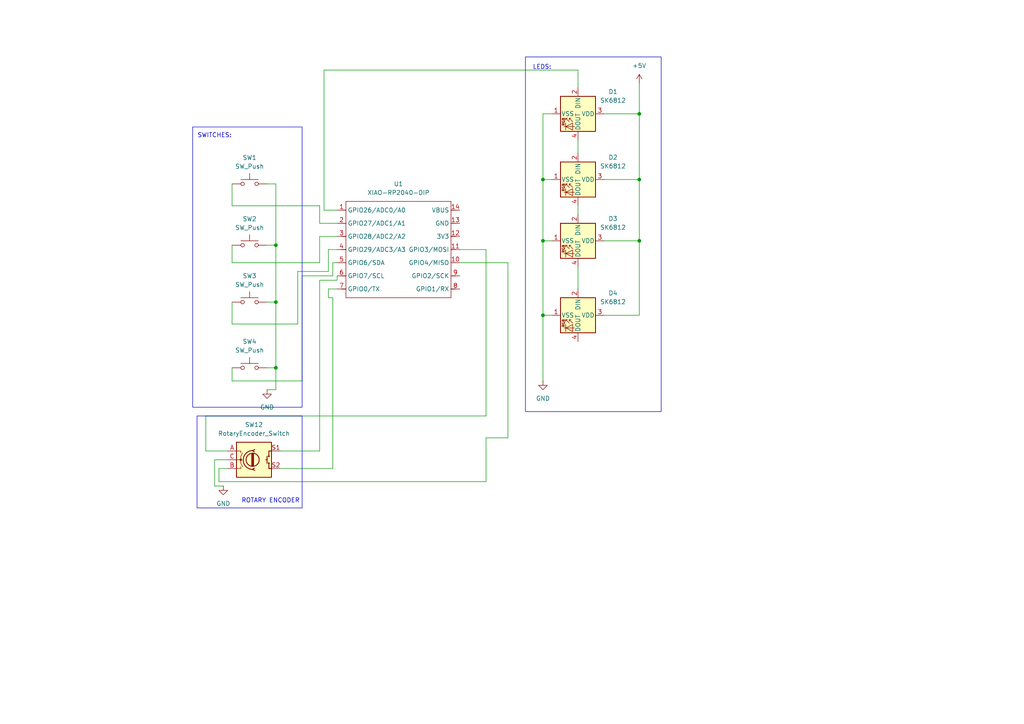
<source format=kicad_sch>
(kicad_sch (version 20250114) (generator "eeschema") (generator_version "9.0")
  (paper "A4")
  (lib_symbols
    (symbol "Device:RotaryEncoder_Switch" (pin_names (offset 0.254) (hide yes))
      (property "Reference" "SW" (at 0 6.604 0))
      (property "Value" "RotaryEncoder_Switch" (at 0 -6.604 0))
      (symbol "RotaryEncoder_Switch_0_1"
        (rectangle (start -5.08 5.08) (end 5.08 -5.08) (stroke (width 0.254)) (fill (type background)))
        (polyline (pts (xy -5.08 2.54) (xy -3.81 2.54) (xy -3.81 2.032)))
        (polyline (pts (xy -5.08 0) (xy -3.81 0) (xy -3.81 -1.016) (xy -3.302 -2.032)))
        (polyline (pts (xy -5.08 -2.54) (xy -3.81 -2.54) (xy -3.81 -2.032)))
        (polyline (pts (xy -4.318 0) (xy -3.81 0) (xy -3.81 1.016) (xy -3.302 2.032)))
        (circle (center -3.81 0) (radius 0.254) (fill (type outline)))
        (polyline (pts (xy -0.635 -1.778) (xy -0.635 1.778)) (stroke (width 0.254)))
        (circle (center -0.381 0) (radius 1.905) (stroke (width 0.254)))
        (polyline (pts (xy -0.381 -1.778) (xy -0.381 1.778)) (stroke (width 0.254)))
        (arc (start -0.381 -2.794) (mid -3.0988 -0.0635) (end -0.381 2.667) (stroke (width 0.254)))
        (polyline (pts (xy -0.127 1.778) (xy -0.127 -1.778)) (stroke (width 0.254)))
        (polyline (pts (xy 0.254 2.921) (xy -0.508 2.667) (xy 0.127 2.286)) (stroke (width 0.254)))
        (polyline (pts (xy 0.254 -3.048) (xy -0.508 -2.794) (xy 0.127 -2.413)) (stroke (width 0.254)))
        (polyline (pts (xy 3.81 1.016) (xy 3.81 -1.016)) (stroke (width 0.254)))
        (polyline (pts (xy 3.81 0) (xy 3.429 0)) (stroke (width 0.254)))
        (circle (center 4.318 1.016) (radius 0.127) (stroke (width 0.254)))
        (circle (center 4.318 -1.016) (radius 0.127) (stroke (width 0.254)))
        (polyline (pts (xy 5.08 2.54) (xy 4.318 2.54) (xy 4.318 1.016)) (stroke (width 0.254)))
        (polyline (pts (xy 5.08 -2.54) (xy 4.318 -2.54) (xy 4.318 -1.016)) (stroke (width 0.254)))
      )
      (symbol "RotaryEncoder_Switch_1_1"
        (pin passive line (at -7.62 2.54 0) (length 2.54) (name "A") (number "A"))
        (pin passive line (at -7.62 0 0) (length 2.54) (name "C") (number "C"))
        (pin passive line (at -7.62 -2.54 0) (length 2.54) (name "B") (number "B"))
        (pin passive line (at 7.62 2.54 180) (length 2.54) (name "S1") (number "S1"))
        (pin passive line (at 7.62 -2.54 180) (length 2.54) (name "S2") (number "S2"))
      )
    )
    (symbol "LED:SK6812" (pin_names (offset 0.254))
      (property "Reference" "D" (at 5.08 5.715 0))
      (property "Value" "SK6812" (at 1.27 -5.715 0))
      (symbol "SK6812_0_0"
        (text "RGB" (at 2.286 -4.191 0) (effects (font (size 0.762 0.762))))
      )
      (symbol "SK6812_0_1"
        (polyline (pts (xy 1.27 -2.54) (xy 1.778 -2.54)))
        (polyline (pts (xy 1.27 -3.556) (xy 1.778 -3.556)))
        (polyline (pts (xy 2.286 -1.524) (xy 1.27 -2.54) (xy 1.27 -2.032)))
        (polyline (pts (xy 2.286 -2.54) (xy 1.27 -3.556) (xy 1.27 -3.048)))
        (polyline (pts (xy 3.683 -1.016) (xy 3.683 -3.556) (xy 3.683 -4.064)))
        (polyline (pts (xy 4.699 -1.524) (xy 2.667 -1.524) (xy 3.683 -3.556) (xy 4.699 -1.524)))
        (polyline (pts (xy 4.699 -3.556) (xy 2.667 -3.556)))
        (rectangle (start 5.08 5.08) (end -5.08 -5.08) (stroke (width 0.254)) (fill (type background)))
      )
      (symbol "SK6812_1_1"
        (pin input line (at -7.62 0 0) (length 2.54) (name "DIN") (number "2"))
        (pin power_in line (at 0 7.62 270) (length 2.54) (name "VDD") (number "3"))
        (pin power_in line (at 0 -7.62 90) (length 2.54) (name "VSS") (number "1"))
        (pin output line (at 7.62 0 180) (length 2.54) (name "DOUT") (number "4"))
      )
    )
    (symbol "OPL LIB:XIAO-RP2040-DIP"
      (property "Reference" "U" (at 0 0 0))
      (property "Value" "XIAO-RP2040-DIP" (at 5.334 -1.778 0))
      (symbol "XIAO-RP2040-DIP_1_0"
        (polyline (pts (xy -1.27 -2.54) (xy 29.21 -2.54)) (stroke (width 0.1524)))
        (polyline (pts (xy -1.27 -5.08) (xy -2.54 -5.08)) (stroke (width 0.1524)))
        (polyline (pts (xy -1.27 -5.08) (xy -1.27 -2.54)) (stroke (width 0.1524)))
        (polyline (pts (xy -1.27 -8.89) (xy -2.54 -8.89)) (stroke (width 0.1524)))
        (polyline (pts (xy -1.27 -8.89) (xy -1.27 -5.08)) (stroke (width 0.1524)))
        (polyline (pts (xy -1.27 -12.7) (xy -2.54 -12.7)) (stroke (width 0.1524)))
        (polyline (pts (xy -1.27 -12.7) (xy -1.27 -8.89)) (stroke (width 0.1524)))
        (polyline (pts (xy -1.27 -16.51) (xy -2.54 -16.51)) (stroke (width 0.1524)))
        (polyline (pts (xy -1.27 -16.51) (xy -1.27 -12.7)) (stroke (width 0.1524)))
        (polyline (pts (xy -1.27 -20.32) (xy -2.54 -20.32)) (stroke (width 0.1524)))
        (polyline (pts (xy -1.27 -24.13) (xy -2.54 -24.13)) (stroke (width 0.1524)))
        (polyline (pts (xy -1.27 -27.94) (xy -2.54 -27.94)) (stroke (width 0.1524)))
        (polyline (pts (xy -1.27 -30.48) (xy -1.27 -16.51)) (stroke (width 0.1524)))
        (polyline (pts (xy 29.21 -2.54) (xy 29.21 -5.08)) (stroke (width 0.1524)))
        (polyline (pts (xy 29.21 -5.08) (xy 29.21 -8.89)) (stroke (width 0.1524)))
        (polyline (pts (xy 29.21 -8.89) (xy 29.21 -12.7)) (stroke (width 0.1524)))
        (polyline (pts (xy 29.21 -12.7) (xy 29.21 -30.48)) (stroke (width 0.1524)))
        (polyline (pts (xy 29.21 -30.48) (xy -1.27 -30.48)) (stroke (width 0.1524)))
        (polyline (pts (xy 30.48 -5.08) (xy 29.21 -5.08)) (stroke (width 0.1524)))
        (polyline (pts (xy 30.48 -8.89) (xy 29.21 -8.89)) (stroke (width 0.1524)))
        (polyline (pts (xy 30.48 -12.7) (xy 29.21 -12.7)) (stroke (width 0.1524)))
        (polyline (pts (xy 30.48 -16.51) (xy 29.21 -16.51)) (stroke (width 0.1524)))
        (polyline (pts (xy 30.48 -20.32) (xy 29.21 -20.32)) (stroke (width 0.1524)))
        (polyline (pts (xy 30.48 -24.13) (xy 29.21 -24.13)) (stroke (width 0.1524)))
        (polyline (pts (xy 30.48 -27.94) (xy 29.21 -27.94)) (stroke (width 0.1524)))
        (pin passive line (at -3.81 -5.08 0) (length 2.54) (name "GPIO26/ADC0/A0") (number "1"))
        (pin passive line (at -3.81 -8.89 0) (length 2.54) (name "GPIO27/ADC1/A1") (number "2"))
        (pin passive line (at -3.81 -12.7 0) (length 2.54) (name "GPIO28/ADC2/A2") (number "3"))
        (pin passive line (at -3.81 -16.51 0) (length 2.54) (name "GPIO29/ADC3/A3") (number "4"))
        (pin passive line (at -3.81 -20.32 0) (length 2.54) (name "GPIO6/SDA") (number "5"))
        (pin passive line (at -3.81 -24.13 0) (length 2.54) (name "GPIO7/SCL") (number "6"))
        (pin passive line (at -3.81 -27.94 0) (length 2.54) (name "GPIO0/TX") (number "7"))
        (pin passive line (at 31.75 -5.08 180) (length 2.54) (name "VBUS") (number "14"))
        (pin passive line (at 31.75 -8.89 180) (length 2.54) (name "GND") (number "13"))
        (pin passive line (at 31.75 -12.7 180) (length 2.54) (name "3V3") (number "12"))
        (pin passive line (at 31.75 -16.51 180) (length 2.54) (name "GPIO3/MOSI") (number "11"))
        (pin passive line (at 31.75 -20.32 180) (length 2.54) (name "GPIO4/MISO") (number "10"))
        (pin passive line (at 31.75 -24.13 180) (length 2.54) (name "GPIO2/SCK") (number "9"))
        (pin passive line (at 31.75 -27.94 180) (length 2.54) (name "GPIO1/RX") (number "8"))
      )
    )
    (symbol "Switch:SW_Push" (pin_numbers (hide yes)) (pin_names (offset 1.016) (hide yes))
      (property "Reference" "SW" (at 1.27 2.54 0))
      (property "Value" "SW_Push" (at 0 -1.524 0))
      (symbol "SW_Push_0_1"
        (circle (center -2.032 0) (radius 0.508))
        (polyline (pts (xy 0 1.27) (xy 0 3.048)))
        (circle (center 2.032 0) (radius 0.508))
        (polyline (pts (xy 2.54 1.27) (xy -2.54 1.27)))
        (pin passive line (at -5.08 0 0) (length 2.54) (name "1") (number "1"))
        (pin passive line (at 5.08 0 180) (length 2.54) (name "2") (number "2"))
      )
    )
    (symbol "power:+5V" (power) (pin_numbers (hide yes)) (pin_names (offset 0) (hide yes))
      (property "Value" "+5V" (at 0 3.556 0))
      (symbol "+5V_0_1"
        (polyline (pts (xy -0.762 1.27) (xy 0 2.54)))
        (polyline (pts (xy 0 2.54) (xy 0.762 1.27)))
        (polyline (pts (xy 0 0) (xy 0 2.54)))
      )
      (symbol "+5V_1_1"
        (pin power_in line (at 0 0 90) (length 0) (name "~") (number "1"))
      )
    )
    (symbol "power:GND" (power) (pin_numbers (hide yes)) (pin_names (offset 0) (hide yes))
      (property "Value" "GND" (at 0 -3.81 0))
      (symbol "GND_0_1"
        (polyline (pts (xy 0 0) (xy 0 -1.27) (xy 1.27 -1.27) (xy 0 -2.54) (xy -1.27 -1.27) (xy 0 -1.27)))
      )
      (symbol "GND_1_1"
        (pin power_in line (at 0 0 270) (length 0) (name "~") (number "1"))
      )
    )
  )
  (rectangle (start 152.4 16.51) (end 191.77 119.38))
  (rectangle (start 57.15 120.65) (end 87.63 147.32))
  (rectangle (start 55.88 36.83) (end 87.63 118.11))
  (text "SWITCHES:" (at 62.23 39.37 0) (effects (font (size 1.27 1.27))))
  (text "LEDS:" (at 157.226 19.558 0) (effects (font (size 1.27 1.27))))
  (text "ROTARY ENCODER" (at 78.486 145.288 0) (effects (font (size 1.27 1.27))))
  (junction (at 80.01 106.68))
  (junction (at 157.48 91.44))
  (junction (at 185.42 69.85))
  (junction (at 185.42 33.02))
  (junction (at 157.48 69.85))
  (junction (at 80.01 71.12))
  (junction (at 185.42 52.07))
  (junction (at 80.01 87.63))
  (junction (at 157.48 52.07))
  (wire (pts (xy 96.52 86.36) (xy 95.25 86.36)))
  (wire (pts (xy 96.52 80.01) (xy 96.52 76.2)))
  (wire (pts (xy 80.01 87.63) (xy 80.01 106.68)))
  (wire (pts (xy 140.97 139.7) (xy 140.97 127)))
  (wire (pts (xy 95.25 78.74) (xy 95.25 72.39)))
  (wire (pts (xy 160.02 33.02) (xy 157.48 33.02)))
  (wire (pts (xy 157.48 33.02) (xy 157.48 52.07)))
  (wire (pts (xy 63.5 139.7) (xy 140.97 139.7)))
  (wire (pts (xy 175.26 33.02) (xy 185.42 33.02)))
  (wire (pts (xy 97.79 80.01) (xy 97.79 81.28)))
  (wire (pts (xy 157.48 69.85) (xy 157.48 91.44)))
  (wire (pts (xy 96.52 135.89) (xy 96.52 86.36)))
  (wire (pts (xy 62.23 133.35) (xy 62.23 140.97)))
  (wire (pts (xy 67.31 71.12) (xy 67.31 76.2)))
  (wire (pts (xy 59.69 130.81) (xy 59.69 120.65)))
  (wire (pts (xy 81.28 130.81) (xy 92.71 130.81)))
  (wire (pts (xy 157.48 69.85) (xy 160.02 69.85)))
  (wire (pts (xy 93.98 60.96) (xy 97.79 60.96)))
  (wire (pts (xy 77.47 87.63) (xy 80.01 87.63)))
  (wire (pts (xy 87.63 80.01) (xy 96.52 80.01)))
  (wire (pts (xy 86.36 93.98) (xy 86.36 78.74)))
  (wire (pts (xy 140.97 120.65) (xy 140.97 72.39)))
  (wire (pts (xy 185.42 52.07) (xy 185.42 69.85)))
  (wire (pts (xy 175.26 69.85) (xy 185.42 69.85)))
  (wire (pts (xy 175.26 52.07) (xy 185.42 52.07)))
  (wire (pts (xy 87.63 110.49) (xy 87.63 80.01)))
  (wire (pts (xy 167.64 40.64) (xy 167.64 44.45)))
  (wire (pts (xy 185.42 33.02) (xy 185.42 52.07)))
  (wire (pts (xy 92.71 81.28) (xy 97.79 81.28)))
  (wire (pts (xy 95.25 83.82) (xy 97.79 83.82)))
  (wire (pts (xy 81.28 135.89) (xy 96.52 135.89)))
  (wire (pts (xy 157.48 52.07) (xy 160.02 52.07)))
  (wire (pts (xy 77.47 106.68) (xy 80.01 106.68)))
  (wire (pts (xy 80.01 106.68) (xy 80.01 113.03)))
  (wire (pts (xy 66.04 130.81) (xy 59.69 130.81)))
  (wire (pts (xy 67.31 87.63) (xy 67.31 93.98)))
  (wire (pts (xy 185.42 91.44) (xy 175.26 91.44)))
  (wire (pts (xy 67.31 110.49) (xy 87.63 110.49)))
  (wire (pts (xy 96.52 76.2) (xy 97.79 76.2)))
  (wire (pts (xy 92.71 130.81) (xy 92.71 81.28)))
  (wire (pts (xy 86.36 78.74) (xy 95.25 78.74)))
  (wire (pts (xy 92.71 64.77) (xy 97.79 64.77)))
  (wire (pts (xy 92.71 59.69) (xy 92.71 64.77)))
  (wire (pts (xy 157.48 52.07) (xy 157.48 69.85)))
  (wire (pts (xy 80.01 113.03) (xy 77.47 113.03)))
  (wire (pts (xy 67.31 53.34) (xy 67.31 59.69)))
  (wire (pts (xy 147.32 76.2) (xy 133.35 76.2)))
  (wire (pts (xy 140.97 127) (xy 147.32 127)))
  (wire (pts (xy 160.02 91.44) (xy 157.48 91.44)))
  (wire (pts (xy 80.01 53.34) (xy 80.01 71.12)))
  (wire (pts (xy 167.64 59.69) (xy 167.64 62.23)))
  (wire (pts (xy 167.64 25.4) (xy 167.64 20.32)))
  (wire (pts (xy 157.48 91.44) (xy 157.48 110.49)))
  (wire (pts (xy 95.25 72.39) (xy 97.79 72.39)))
  (wire (pts (xy 63.5 135.89) (xy 63.5 139.7)))
  (wire (pts (xy 66.04 135.89) (xy 63.5 135.89)))
  (wire (pts (xy 67.31 93.98) (xy 86.36 93.98)))
  (wire (pts (xy 62.23 140.97) (xy 64.77 140.97)))
  (wire (pts (xy 77.47 71.12) (xy 80.01 71.12)))
  (wire (pts (xy 67.31 106.68) (xy 67.31 110.49)))
  (wire (pts (xy 140.97 72.39) (xy 133.35 72.39)))
  (wire (pts (xy 92.71 76.2) (xy 92.71 68.58)))
  (wire (pts (xy 66.04 133.35) (xy 62.23 133.35)))
  (wire (pts (xy 77.47 53.34) (xy 80.01 53.34)))
  (wire (pts (xy 92.71 68.58) (xy 97.79 68.58)))
  (wire (pts (xy 67.31 76.2) (xy 92.71 76.2)))
  (wire (pts (xy 167.64 77.47) (xy 167.64 83.82)))
  (wire (pts (xy 93.98 20.32) (xy 93.98 60.96)))
  (wire (pts (xy 80.01 71.12) (xy 80.01 87.63)))
  (wire (pts (xy 147.32 127) (xy 147.32 76.2)))
  (wire (pts (xy 93.98 20.32) (xy 167.64 20.32)))
  (wire (pts (xy 95.25 86.36) (xy 95.25 83.82)))
  (wire (pts (xy 185.42 24.13) (xy 185.42 33.02)))
  (wire (pts (xy 67.31 59.69) (xy 92.71 59.69)))
  (wire (pts (xy 59.69 120.65) (xy 140.97 120.65)))
  (wire (pts (xy 185.42 69.85) (xy 185.42 91.44)))
  (symbol (lib_id "Device:RotaryEncoder_Switch") (at 73.66 133.35 0) (unit 1)
    (property "Reference" "SW12" (at 73.66 123.19 0))
    (property "Value" "RotaryEncoder_Switch" (at 73.66 125.73 0))
    (property "Footprint" "Rotary_Encoder:RotaryEncoder_Alps_EC11E-Switch_Vertical_H20mm" (effects (hide yes)))
    (property "Description" "Rotary encoder, dual channel, incremental quadrate outputs, with switch" (effects (hide yes)))
  )
  (symbol (lib_id "Switch:SW_Push") (at 72.39 106.68 0) (unit 1)
    (property "Reference" "SW4" (at 72.39 99.06 0))
    (property "Value" "SW_Push" (at 72.39 101.6 0))
    (property "Footprint" "Button_Switch_Keyboard:SW_Cherry_MX_1.00u_PCB" (effects (hide yes)))
    (property "Description" "Push button switch, generic, two pins" (effects (hide yes)))
  )
  (symbol (lib_id "Switch:SW_Push") (at 72.39 53.34 0) (unit 1)
    (property "Reference" "SW1" (at 72.39 45.72 0))
    (property "Value" "SW_Push" (at 72.39 48.26 0))
    (property "Footprint" "Button_Switch_Keyboard:SW_Cherry_MX_1.00u_PCB" (effects (hide yes)))
    (property "Description" "Push button switch, generic, two pins" (effects (hide yes)))
  )
  (symbol (lib_id "power:GND") (at 77.47 113.03 0) (unit 1)
    (property "Reference" "#PWR01" (effects (hide yes)))
    (property "Value" "GND" (at 77.47 118.11 0))
    (property "Description" "Power symbol creates a global label with name \"GND\" , ground" (effects (hide yes)))
  )
  (symbol (lib_id "LED:SK6812") (at 167.64 33.02 270) (unit 1)
    (property "Reference" "D1" (at 177.8 26.5998 90))
    (property "Value" "SK6812" (at 177.8 29.1398 90))
    (property "Footprint" "LED_SMD:LED_SK6812MINI_PLCC4_3.5x3.5mm_P1.75mm" (effects (hide yes)))
    (property "Datasheet" "https://cdn-shop.adafruit.com/product-files/1138/SK6812+LED+datasheet+.pdf" (effects (hide yes)))
    (property "Description" "RGB LED with integrated controller" (effects (hide yes)))
  )
  (symbol (lib_id "power:+5V") (at 185.42 24.13 0) (unit 1)
    (property "Reference" "#PWR03" (effects (hide yes)))
    (property "Value" "+5V" (at 185.42 19.05 0))
    (property "Description" "Power symbol creates a global label with name \"+5V\"" (effects (hide yes)))
  )
  (symbol (lib_id "OPL LIB:XIAO-RP2040-DIP") (at 101.6 55.88 0) (unit 1)
    (property "Reference" "U1" (at 115.57 53.34 0))
    (property "Value" "XIAO-RP2040-DIP" (at 115.57 55.88 0))
    (property "Footprint" "OPL LIB:XIAO-RP2040-DIP" (effects (hide yes)))
  )
  (symbol (lib_id "power:GND") (at 157.48 110.49 0) (unit 1)
    (property "Reference" "#PWR02" (effects (hide yes)))
    (property "Value" "GND" (at 157.48 115.57 0))
    (property "Description" "Power symbol creates a global label with name \"GND\" , ground" (effects (hide yes)))
  )
  (symbol (lib_id "power:GND") (at 64.77 140.97 0) (unit 1)
    (property "Reference" "#PWR04" (effects (hide yes)))
    (property "Value" "GND" (at 64.77 146.05 0))
    (property "Description" "Power symbol creates a global label with name \"GND\" , ground" (effects (hide yes)))
  )
  (symbol (lib_id "LED:SK6812") (at 167.64 91.44 270) (unit 1)
    (property "Reference" "D4" (at 177.8 85.0198 90))
    (property "Value" "SK6812" (at 177.8 87.5598 90))
    (property "Footprint" "LED_SMD:LED_SK6812MINI_PLCC4_3.5x3.5mm_P1.75mm" (effects (hide yes)))
    (property "Datasheet" "https://cdn-shop.adafruit.com/product-files/1138/SK6812+LED+datasheet+.pdf" (effects (hide yes)))
    (property "Description" "RGB LED with integrated controller" (effects (hide yes)))
  )
  (symbol (lib_id "Switch:SW_Push") (at 72.39 71.12 0) (unit 1)
    (property "Reference" "SW2" (at 72.39 63.5 0))
    (property "Value" "SW_Push" (at 72.39 66.04 0))
    (property "Footprint" "Button_Switch_Keyboard:SW_Cherry_MX_1.00u_PCB" (effects (hide yes)))
    (property "Description" "Push button switch, generic, two pins" (effects (hide yes)))
  )
  (symbol (lib_id "Switch:SW_Push") (at 72.39 87.63 0) (unit 1)
    (property "Reference" "SW3" (at 72.39 80.01 0))
    (property "Value" "SW_Push" (at 72.39 82.55 0))
    (property "Footprint" "Button_Switch_Keyboard:SW_Cherry_MX_1.00u_PCB" (effects (hide yes)))
    (property "Description" "Push button switch, generic, two pins" (effects (hide yes)))
  )
  (symbol (lib_id "LED:SK6812") (at 167.64 52.07 270) (unit 1)
    (property "Reference" "D2" (at 177.8 45.6498 90))
    (property "Value" "SK6812" (at 177.8 48.1898 90))
    (property "Footprint" "LED_SMD:LED_SK6812MINI_PLCC4_3.5x3.5mm_P1.75mm" (effects (hide yes)))
    (property "Datasheet" "https://cdn-shop.adafruit.com/product-files/1138/SK6812+LED+datasheet+.pdf" (effects (hide yes)))
    (property "Description" "RGB LED with integrated controller" (effects (hide yes)))
  )
  (symbol (lib_id "LED:SK6812") (at 167.64 69.85 270) (unit 1)
    (property "Reference" "D3" (at 177.8 63.4298 90))
    (property "Value" "SK6812" (at 177.8 65.9698 90))
    (property "Footprint" "LED_SMD:LED_SK6812MINI_PLCC4_3.5x3.5mm_P1.75mm" (effects (hide yes)))
    (property "Datasheet" "https://cdn-shop.adafruit.com/product-files/1138/SK6812+LED+datasheet+.pdf" (effects (hide yes)))
    (property "Description" "RGB LED with integrated controller" (effects (hide yes)))
  )
)
</source>
